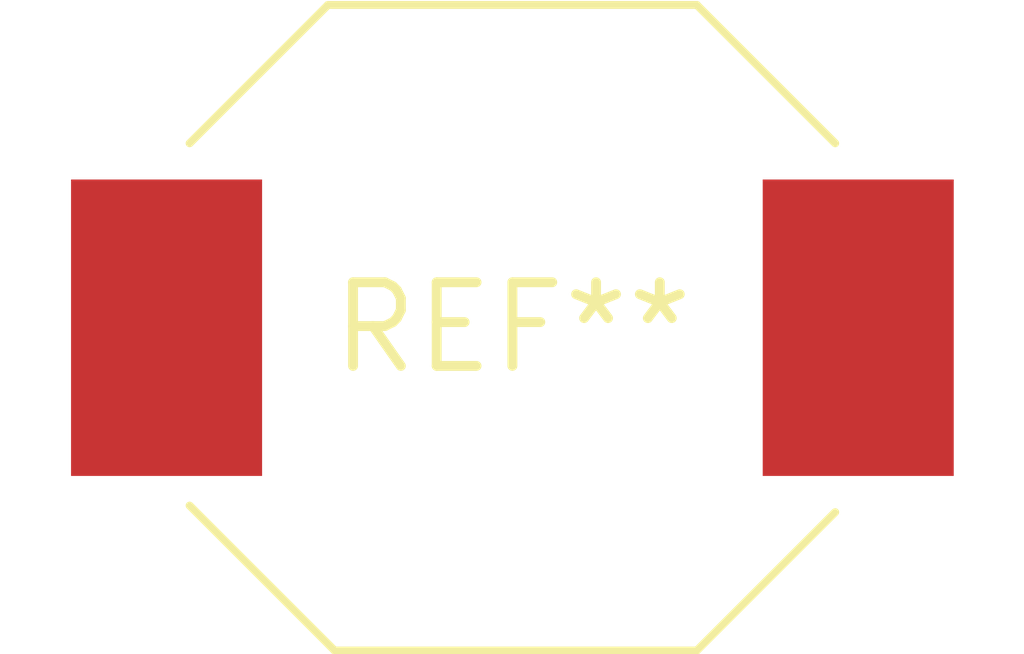
<source format=kicad_pcb>
(kicad_pcb (version 20240108) (generator pcbnew)
  (layers (0 "F.Cu" signal) (31 "B.Cu" signal) (34 "B.Paste" user) (35 "F.Paste" user) (36 "B.SilkS" user "B.Silkscreen") (37 "F.SilkS" user "F.Silkscreen") (38 "B.Mask" user) (39 "F.Mask" user) (44 "Edge.Cuts" user))
  (net 0 "")
  (footprint "L_Neosid_Ms95a" (layer "F.Cu") (at 0 0)
    (property "Reference" "REF**")
    (property "Value" "L_Neosid_Ms95a")
    (fp_line (start -4.9 -2.8) (end -2.8 -4.9) (layer "F.SilkS") (stroke (width 0.12)))
    (fp_line (start -2.8 -4.9) (end 2.8 -4.9) (layer "F.SilkS") (stroke (width 0.12)))
    (fp_line (start -2.7 4.9) (end -4.9 2.7) (layer "F.SilkS") (stroke (width 0.12)))
    (fp_line (start -2.7 4.9) (end 2.8 4.9) (layer "F.SilkS") (stroke (width 0.12)))
    (fp_line (start 2.8 -4.9) (end 4.9 -2.8) (layer "F.SilkS") (stroke (width 0.12)))
    (fp_line (start 2.8 4.9) (end 4.9 2.8) (layer "F.SilkS") (stroke (width 0.12)))
    (pad "1" smd rect (at -5.25 0) (size 2.9 4.5) (layers "F.Cu" "F.Paste" "F.Mask"))
    (pad "2" smd rect (at 5.25 0) (size 2.9 4.5) (layers "F.Cu" "F.Paste" "F.Mask"))
  )
)
</source>
